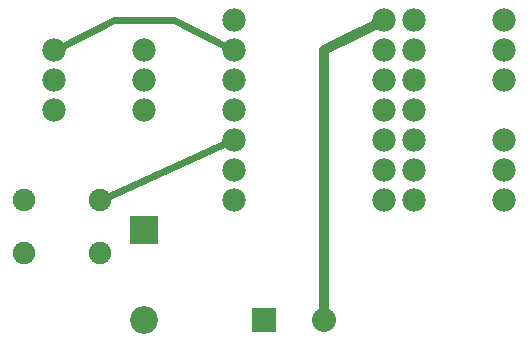
<source format=gbl>
G04 MADE WITH FRITZING*
G04 WWW.FRITZING.ORG*
G04 DOUBLE SIDED*
G04 HOLES PLATED*
G04 CONTOUR ON CENTER OF CONTOUR VECTOR*
%ASAXBY*%
%FSLAX23Y23*%
%MOIN*%
%OFA0B0*%
%SFA1.0B1.0*%
%ADD10C,0.075000*%
%ADD11C,0.092000*%
%ADD12C,0.080000*%
%ADD13C,0.078000*%
%ADD14R,0.092000X0.092000*%
%ADD15R,0.080000X0.079986*%
%ADD16C,0.024000*%
%ADD17C,0.032000*%
%LNCOPPER0*%
G90*
G70*
G54D10*
X359Y399D03*
X104Y399D03*
X359Y577D03*
X104Y577D03*
G54D11*
X504Y477D03*
X504Y177D03*
G54D12*
X904Y177D03*
X1104Y177D03*
G54D13*
X1404Y577D03*
X1404Y677D03*
X1404Y777D03*
X1404Y877D03*
X1404Y977D03*
X1404Y1077D03*
X1404Y1177D03*
X1704Y977D03*
X1704Y1077D03*
X1704Y1177D03*
X1704Y577D03*
X1704Y677D03*
X1704Y777D03*
X204Y877D03*
X204Y977D03*
X204Y1077D03*
X1304Y577D03*
X1304Y677D03*
X1304Y777D03*
X1304Y877D03*
X1304Y977D03*
X1304Y1077D03*
X1304Y1177D03*
X804Y577D03*
X804Y677D03*
X804Y777D03*
X804Y877D03*
X804Y977D03*
X804Y1077D03*
X804Y1177D03*
X504Y877D03*
X504Y977D03*
X504Y1077D03*
G54D14*
X504Y477D03*
G54D15*
X904Y177D03*
G54D16*
X604Y1178D02*
X403Y1178D01*
D02*
X403Y1178D02*
X220Y1085D01*
D02*
X787Y1085D02*
X604Y1178D01*
G54D17*
D02*
X1287Y1168D02*
X1104Y1078D01*
D02*
X1104Y1078D02*
X1104Y197D01*
G54D16*
D02*
X786Y769D02*
X375Y584D01*
G04 End of Copper0*
M02*
</source>
